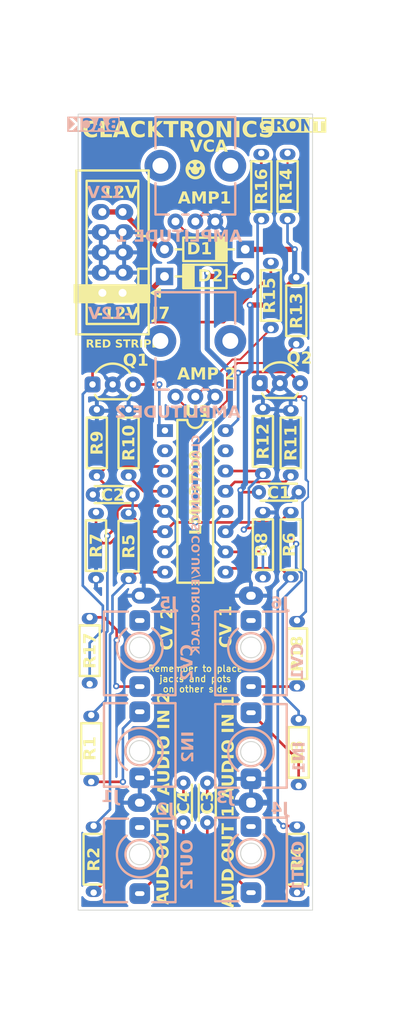
<source format=kicad_pcb>
(kicad_pcb (version 20240108) (generator "pcbnew") (generator_version "8.0")
  (layers (0 "F.Cu" signal) (31 "B.Cu" signal) (34 "B.Paste" user) (35 "F.Paste" user) (36 "B.SilkS" user "B.Silkscreen") (37 "F.SilkS" user "F.Silkscreen") (38 "B.Mask" user) (39 "F.Mask" user) (44 "Edge.Cuts" user))
  (net 0 "")
  (net 1 "Net-(D1-A)")
  (net 2 "GND")
  (net 3 "Net-(D2-K)")
  (net 4 "+12V")
  (net 5 "-12V")
  (net 8 "Net-(J5-PadT)")
  (net 10 "Net-(C3-Pad1)")
  (net 11 "Net-(R2-Pad2)")
  (net 12 "Net-(J3-PadT)")
  (net 13 "Net-(C3-Pad2)")
  (net 14 "Net-(R8-Pad2)")
  (net 15 "Net-(U1A-+)")
  (net 16 "Net-(U1C--)")
  (net 17 "Net-(R13-Pad1)")
  (net 18 "Net-(R14-Pad1)")
  (net 19 "Net-(U1C-+)")
  (net 20 "Net-(R7-Pad2)")
  (net 21 "Net-(Q1-E)")
  (net 22 "Net-(R15-Pad2)")
  (net 23 "Net-(U1A--)")
  (net 27 "Net-(J6-PadT)")
  (net 28 "Net-(Q1-C)")
  (net 29 "Net-(R4-Pad2)")
  (net 30 "Net-(Q2-E)")
  (net 31 "Net-(R16-Pad2)")
  (net 32 "Net-(Q2-C)")
  (net 33 "Net-(C4-Pad1)")
  (net 34 "Net-(C4-Pad2)")
  (net 35 "Net-(J1-PadT)")
  (footprint "BYOM_General:R_Axial_DIN0204_L3.6mm_D1.6mm_P7.62mm_Horizontal" (layer "F.Cu") (at 153 139 -90)
    (property "Reference" "R3" (at 4.191 0.1 -90) (layer "F.SilkS") (effects (font (size 1.5 1.5) (thickness 0.2) (bold yes))))
    (property "Value" "100k")
    (pad "1" thru_hole oval (at 0 0 270) (size 1.4 2) (drill 0.8 (offset 0.15 0)) (layers "*.Cu" "*.Mask") (net 15 "Net-(U1A-+)"))
    (pad "2" thru_hole oval (at 8.382 0 90) (size 1.4 2) (drill 0.8 (offset 0.15 0)) (layers "*.Cu" "*.Mask") (net 12 "Net-(J3-PadT)"))
  )
  (footprint "BYOM_General:R_Axial_DIN0204_L3.6mm_D1.6mm_P7.62mm_Horizontal" (layer "F.Cu") (at 148.5 112.9 -90)
    (property "Reference" "R8" (at 4.191 0.1 -90) (layer "F.SilkS") (effects (font (size 1.5 1.5) (thickness 0.2) (bold yes))))
    (property "Value" "22k")
    (pad "1" thru_hole oval (at 0 0 270) (size 1.4 2) (drill 0.8 (offset 0.15 0)) (layers "*.Cu" "*.Mask") (net 2 "GND"))
    (pad "2" thru_hole oval (at 8.382 0 90) (size 1.4 2) (drill 0.8 (offset 0.15 0)) (layers "*.Cu" "*.Mask") (net 14 "Net-(R8-Pad2)"))
  )
  (footprint "BYOM_General:R_Axial_DIN0204_L3.6mm_D1.6mm_P7.62mm_Horizontal" (layer "F.Cu") (at 131.6 108.5 90)
    (property "Reference" "R10" (at 4.191 0.1 90) (layer "F.SilkS") (effects (font (size 1.5 1.5) (thickness 0.2) (bold yes))))
    (property "Value" "1k")
    (pad "1" thru_hole oval (at 0 0 90) (size 1.4 2) (drill 0.8 (offset 0.15 0)) (layers "*.Cu" "*.Mask") (net 16 "Net-(U1C--)"))
    (pad "2" thru_hole oval (at 8.382 0 270) (size 1.4 2) (drill 0.8 (offset 0.15 0)) (layers "*.Cu" "*.Mask") (net 2 "GND"))
  )
  (footprint "BYOM_General:R_Axial_DIN0204_L3.6mm_D1.6mm_P7.62mm_Horizontal" (layer "F.Cu") (at 152 112.9 -90)
    (property "Reference" "R6" (at 4.191 0.1 -90) (layer "F.SilkS") (effects (font (size 1.5 1.5) (thickness 0.2) (bold yes))))
    (property "Value" "22k")
    (pad "1" thru_hole oval (at 0 0 270) (size 1.4 2) (drill 0.8 (offset 0.15 0)) (layers "*.Cu" "*.Mask") (net 5 "-12V"))
    (pad "2" thru_hole oval (at 8.382 0 90) (size 1.4 2) (drill 0.8 (offset 0.15 0)) (layers "*.Cu" "*.Mask") (net 29 "Net-(R4-Pad2)"))
  )
  (footprint "BYOM_General:TO-92_Inline_Wide" (layer "F.Cu") (at 127.06 96.964175)
    (property "Reference" "Q1" (at 5.44 -2.964175 0) (layer "F.SilkS") (effects (font (size 1.5 1.5) (thickness 0.3) (bold yes))))
    (property "Value" "2N3906")
    (pad "1" thru_hole roundrect (at 0 0) (size 2 2) (drill 0.8) (layers "*.Cu" "*.Mask") (net 21 "Net-(Q1-E)"))
    (pad "2" thru_hole circle (at 2.54 0) (size 2 2) (drill 0.8) (layers "*.Cu" "*.Mask") (net 2 "GND"))
    (pad "3" thru_hole circle (at 5.08 0) (size 2 2) (drill 0.8) (layers "*.Cu" "*.Mask") (net 28 "Net-(Q1-C)"))
  )
  (footprint "BYOM_General:R_Axial_DIN0204_L3.6mm_D1.6mm_P7.62mm_Horizontal" (layer "F.Cu") (at 148.5 108.3 90)
    (property "Reference" "R12" (at 4.191 0.1 90) (layer "F.SilkS") (effects (font (size 1.5 1.5) (thickness 0.2) (bold yes))))
    (property "Value" "1k")
    (pad "1" thru_hole oval (at 0 0 90) (size 1.4 2) (drill 0.8 (offset 0.15 0)) (layers "*.Cu" "*.Mask") (net 15 "Net-(U1A-+)"))
    (pad "2" thru_hole oval (at 8.382 0 270) (size 1.4 2) (drill 0.8 (offset 0.15 0)) (layers "*.Cu" "*.Mask") (net 2 "GND"))
  )
  (footprint "BYOM_General:C_TH_Disc_P5.00mm" (layer "F.Cu") (at 141.5 147 -90)
    (property "Reference" "C3" (at 2.5 -0.1 90) (layer "F.SilkS") (effects (font (size 1.5 1.5) (thickness 0.2) (bold yes))))
    (property "Value" "100n")
    (pad "1" thru_hole circle (at 0 0 270) (size 1.8 1.8) (drill 0.8) (layers "*.Cu" "*.Mask") (net 10 "Net-(C3-Pad1)"))
    (pad "2" thru_hole circle (at 5 0 270) (size 1.8 1.8) (drill 0.8) (layers "*.Cu" "*.Mask") (net 13 "Net-(C3-Pad2)"))
  )
  (footprint "BYOM_General:R_Axial_DIN0204_L3.6mm_D1.6mm_P7.62mm_Horizontal" (layer "F.Cu") (at 126.7 134.6 90)
    (property "Reference" "R17" (at 4.191 0.1 90) (layer "F.SilkS") (effects (font (size 1.5 1.5) (thickness 0.2) (bold yes))))
    (property "Value" "10k")
    (pad "1" thru_hole oval (at 0 0 90) (size 1.4 2) (drill 0.8 (offset 0.15 0)) (layers "*.Cu" "*.Mask") (net 21 "Net-(Q1-E)"))
    (pad "2" thru_hole oval (at 8.382 0 270) (size 1.4 2) (drill 0.8 (offset 0.15 0)) (layers "*.Cu" "*.Mask") (net 8 "Net-(J5-PadT)"))
  )
  (footprint "BYOM_General:R_Axial_DIN0204_L3.6mm_D1.6mm_P7.62mm_Horizontal" (layer "F.Cu") (at 148.3 76.3 90)
    (property "Reference" "R16" (at 4.191 0.1 90) (layer "F.SilkS") (effects (font (size 1.5 1.5) (thickness 0.2) (bold yes))))
    (property "Value" "100k")
    (pad "1" thru_hole oval (at 0 0 90) (size 1.4 2) (drill 0.8 (offset 0.15 0)) (layers "*.Cu" "*.Mask") (net 30 "Net-(Q2-E)"))
    (pad "2" thru_hole oval (at 8.382 0 270) (size 1.4 2) (drill 0.8 (offset 0.15 0)) (layers "*.Cu" "*.Mask") (net 31 "Net-(R16-Pad2)"))
  )
  (footprint "BYOM_General:R_Axial_DIN0204_L3.6mm_D1.6mm_P7.62mm_Horizontal" (layer "F.Cu") (at 149.5 81.6 -90)
    (property "Reference" "R15" (at 4.191 0.1 -90) (layer "F.SilkS") (effects (font (size 1.5 1.5) (thickness 0.2) (bold yes))))
    (property "Value" "10k")
    (pad "1" thru_hole oval (at 0 0 270) (size 1.4 2) (drill 0.8 (offset 0.15 0)) (layers "*.Cu" "*.Mask") (net 21 "Net-(Q1-E)"))
    (pad "2" thru_hole oval (at 8.382 0 90) (size 1.4 2) (drill 0.8 (offset 0.15 0)) (layers "*.Cu" "*.Mask") (net 22 "Net-(R15-Pad2)"))
  )
  (footprint "BYOM_General:TO-92_Inline_Wide" (layer "F.Cu") (at 148.1 96.8)
    (property "Reference" "Q2" (at 5 -3.064175 0) (layer "F.SilkS") (effects (font (size 1.5 1.5) (thickness 0.3) (bold yes))))
    (property "Value" "2N3906")
    (pad "1" thru_hole roundrect (at 0 0) (size 2 2) (drill 0.8) (layers "*.Cu" "*.Mask") (net 30 "Net-(Q2-E)"))
    (pad "2" thru_hole circle (at 2.54 0) (size 2 2) (drill 0.8) (layers "*.Cu" "*.Mask") (net 2 "GND"))
    (pad "3" thru_hole circle (at 5.08 0) (size 2 2) (drill 0.8) (layers "*.Cu" "*.Mask") (net 32 "Net-(Q2-C)"))
  )
  (footprint "BYOM_General:R_Axial_DIN0204_L3.6mm_D1.6mm_P7.62mm_Horizontal" (layer "F.Cu") (at 152.7 91.9 90)
    (property "Reference" "R13" (at 4.191 0.1 90) (layer "F.SilkS") (effects (font (size 1.5 1.5) (thickness 0.2) (bold yes))))
    (property "Value" "10k")
    (pad "1" thru_hole oval (at 0 0 90) (size 1.4 2) (drill 0.8 (offset 0.15 0)) (layers "*.Cu" "*.Mask") (net 17 "Net-(R13-Pad1)"))
    (pad "2" thru_hole oval (at 8.382 0 270) (size 1.4 2) (drill 0.8 (offset 0.15 0)) (layers "*.Cu" "*.Mask") (net 4 "+12V"))
  )
  (footprint "BYOM_General:R_Axial_DIN0204_L3.6mm_D1.6mm_P7.62mm_Horizontal" (layer "F.Cu") (at 127.6 108.5 90)
    (property "Reference" "R9" (at 4.191 0.1 90) (layer "F.SilkS") (effects (font (size 1.5 1.5) (thickness 0.2) (bold yes))))
    (property "Value" "1k")
    (pad "1" thru_hole oval (at 0 0 90) (size 1.4 2) (drill 0.8 (offset 0.15 0)) (layers "*.Cu" "*.Mask") (net 19 "Net-(U1C-+)"))
    (pad "2" thru_hole oval (at 8.382 0 270) (size 1.4 2) (drill 0.8 (offset 0.15 0)) (layers "*.Cu" "*.Mask") (net 2 "GND"))
  )
  (footprint "BYOM_General:C_TH_Disc_P5.00mm" (layer "F.Cu") (at 127.1 110.8)
    (property "Reference" "C2" (at 2.5 0.15 0) (layer "F.SilkS") (effects (font (size 1.5 1.5) (thickness 0.2) (bold yes))))
    (property "Value" "100n")
    (pad "1" thru_hole circle (at 0 0) (size 1.8 1.8) (drill 0.8) (layers "*.Cu" "*.Mask") (net 2 "GND"))
    (pad "2" thru_hole circle (at 5 0) (size 1.8 1.8) (drill 0.8) (layers "*.Cu" "*.Mask") (net 5 "-12V"))
  )
  (footprint "BYOM_General:DIP-16_W7.62mm_LongPads" (layer "F.Cu") (at 136.175 102.76)
    (property "Reference" "U1" (at 4.1 -2.33 0) (layer "F.SilkS") (effects (font (size 1.5 1.5) (thickness 0.2) (bold yes))))
    (property "Value" "LM13700")
    (pad "1" thru_hole rect (at 0 0) (size 2 1.6) (drill 0.8) (layers "*.Cu" "*.Mask") (net 28 "Net-(Q1-C)"))
    (pad "2" thru_hole oval (at 0 2.54) (size 2 1.6) (drill 0.8) (layers "*.Cu" "*.Mask"))
    (pad "3" thru_hole oval (at 0 5.08) (size 2 1.6) (drill 0.8) (layers "*.Cu" "*.Mask") (net 19 "Net-(U1C-+)"))
    (pad "4" thru_hole oval (at 0 7.62) (size 2 1.6) (drill 0.8) (layers "*.Cu" "*.Mask") (net 16 "Net-(U1C--)"))
    (pad "5" thru_hole oval (at 0 10.16) (size 2 1.6) (drill 0.8) (layers "*.Cu" "*.Mask") (net 20 "Net-(R7-Pad2)"))
    (pad "6" thru_hole oval (at 0 12.7) (size 2 1.6) (drill 0.8) (layers "*.Cu" "*.Mask") (net 5 "-12V"))
    (pad "7" thru_hole oval (at 0 15.24) (size 2 1.6) (drill 0.8) (layers "*.Cu" "*.Mask") (net 20 "Net-(R7-Pad2)"))
    (pad "8" thru_hole oval (at 0 17.78) (size 2 1.6) (drill 0.8) (layers "*.Cu" "*.Mask") (net 11 "Net-(R2-Pad2)"))
    (pad "9" thru_hole oval (at 7.62 17.78) (size 2 1.6) (drill 0.8) (layers "*.Cu" "*.Mask") (net 29 "Net-(R4-Pad2)"))
    (pad "10" thru_hole oval (at 7.62 15.24) (size 2 1.6) (drill 0.8) (layers "*.Cu" "*.Mask") (net 14 "Net-(R8-Pad2)"))
    (pad "11" thru_hole oval (at 7.62 12.7) (size 2 1.6) (drill 0.8) (layers "*.Cu" "*.Mask") (net 4 "+12V"))
    (pad "12" thru_hole oval (at 7.62 10.16) (size 2 1.6) (drill 0.8) (layers "*.Cu" "*.Mask") (net 14 "Net-(R8-Pad2)"))
    (pad "13" thru_hole oval (at 7.62 7.62) (size 2 1.6) (drill 0.8) (layers "*.Cu" "*.Mask") (net 23 "Net-(U1A--)"))
    (pad "14" thru_hole oval (at 7.62 5.08) (size 2 1.6) (drill 0.8) (layers "*.Cu" "*.Mask") (net 15 "Net-(U1A-+)"))
    (pad "15" thru_hole oval (at 7.62 2.54) (size 2 1.6) (drill 0.8) (layers "*.Cu" "*.Mask"))
    (pad "16" thru_hole oval (at 7.62 0) (size 2 1.6) (drill 0.8) (layers "*.Cu" "*.Mask") (net 32 "Net-(Q2-C)"))
  )
  (footprint "BYOM_General:R_Axial_DIN0204_L3.6mm_D1.6mm_P7.62mm_Horizontal" (layer "F.Cu") (at 127.2 160.8 90)
    (property "Reference" "R2" (at 4.191 0.1 90) (layer "F.SilkS") (effects (font (size 1.5 1.5) (thickness 0.2) (bold yes))))
    (property "Value" "1k")
    (pad "1" thru_hole oval (at 0 0 90) (size 1.4 2) (drill 0.8 (offset 0.15 0)) (layers "*.Cu" "*.Mask") (net 33 "Net-(C4-Pad1)"))
    (pad "2" thru_hole oval (at 8.382 0 270) (size 1.4 2) (drill 0.8 (offset 0.15 0)) (layers "*.Cu" "*.Mask") (net 11 "Net-(R2-Pad2)"))
  )
  (footprint "BYOM_General:R_Axial_DIN0204_L3.6mm_D1.6mm_P7.62mm_Horizontal" (layer "F.Cu") (at 127.5 121.4 90)
    (property "Reference" "R7" (at 4.191 0.1 90) (layer "F.SilkS") (effects (font (size 1.5 1.5) (thickness 0.2) (bold yes))))
    (property "Value" "22k")
    (pad "1" thru_hole oval (at 0 0 90) (size 1.4 2) (drill 0.8 (offset 0.15 0)) (layers "*.Cu" "*.Mask") (net 2 "GND"))
    (pad "2" thru_hole oval (at 8.382 0 270) (size 1.4 2) (drill 0.8 (offset 0.15 0)) (layers "*.Cu" "*.Mask") (net 20 "Net-(R7-Pad2)"))
  )
  (footprint "BYOM_General:C_TH_Disc_P5.00mm" (layer "F.Cu") (at 148 110.5)
    (property "Reference" "C1" (at 2.5 0.15 0) (layer "F.SilkS") (effects (font (size 1.5 1.5) (thickness 0.2) (bold yes))))
    (property "Value" "100n")
    (pad "1" thru_hole circle (at 0 0) (size 1.8 1.8) (drill 0.8) (layers "*.Cu" "*.Mask") (net 4 "+12V"))
    (pad "2" thru_hole circle (at 5 0) (size 1.8 1.8) (drill 0.8) (layers "*.Cu" "*.Mask") (net 2 "GND"))
  )
  (footprint "Clacktronics:face" (layer "F.Cu") (at 140 70)
    (property "Reference" "G***" (hide yes))
    (property "Value" "LOGO" (hide yes))
  )
  (footprint "BYOM_General:IDC-Header_2x05_P2.54mm_Vertical" (layer "F.Cu") (at 130.84 85.46 180)
    (property "Reference" "J7" (at -4.86 -2.64 180) (layer "F.SilkS") (effects (font (size 1.5 1.5) (thickness 0.2) (bold yes))))
    (property "Value" "Eurorack socket")
    (pad "1" thru_hole roundrect (at 0 0 180) (size 2.3 2) (drill 1 (offset -0.2 0)) (layers "*.Cu" "*.Mask") (roundrect_rratio 0.125) (net 3 "Net-(D2-K)"))
    (pad "2" thru_hole oval (at 2.54 0 180) (size 2.3 2) (drill 1 (offset 0.2 0)) (layers "*.Cu" "*.Mask") (net 3 "Net-(D2-K)"))
    (pad "3" thru_hole oval (at 0 2.54 180) (size 2.3 2) (drill 1 (offset -0.2 0)) (layers "*.Cu" "*.Mask") (net 2 "GND"))
    (pad "4" thru_hole oval (at 2.54 2.54 180) (size 2.3 2) (drill 1 (offset 0.2 0)) (layers "*.Cu" "*.Mask") (net 2 "GND"))
    (pad "5" thru_hole oval (at 0 5.08 180) (size 2.3 2) (drill 1 (offset -0.2 0)) (layers "*.Cu" "*.Mask") (net 2 "GND"))
    (pad "6" thru_hole oval (at 2.54 5.08 180) (size 2.3 2) (drill 1 (offset 0.2 0)) (layers "*.Cu" "*.Mask") (net 2 "GND"))
    (pad "7" thru_hole oval (at 0 7.62 180) (size 2.3 2) (drill 1 (offset -0.2 0)) (layers "*.Cu" "*.Mask") (net 2 "GND"))
    (pad "8" thru_hole oval (at 2.54 7.62 180) (size 2.3 2) (drill 1 (offset 0.2 0)) (layers "*.Cu" "*.Mask") (net 2 "GND"))
    (pad "9" thru_hole oval (at 0 10.16 180) (size 2.3 2) (drill 1 (offset -0.2 0)) (layers "*.Cu" "*.Mask") (net 1 "Net-(D1-A)"))
    (pad "10" thru_hole oval (at 2.54 10.16 180) (size 2.3 2) (drill 1 (offset 0.2 0)) (layers "*.Cu" "*.Mask") (net 1 "Net-(D1-A)"))
  )
  (footprint "BYOM_General:R_Axial_DIN0204_L3.6mm_D1.6mm_P7.62mm_Horizontal" (layer "F.Cu") (at 152.8 160.8 90)
    (property "Reference" "R4" (at 4.191 0.1 90) (layer "F.SilkS") (effects (font (size 1.5 1.5) (thickness 0.2) (bold yes))))
    (property "Value" "1k")
    (pad "1" thru_hole oval (at 0 0 90) (size 1.4 2) (drill 0.8 (offset 0.15 0)) (layers "*.Cu" "*.Mask") (net 10 "Net-(C3-Pad1)"))
    (pad "2" thru_hole oval (at 8.382 0 270) (size 1.4 2) (drill 0.8 (offset 0.15 0)) (layers "*.Cu" "*.Mask") (net 29 "Net-(R4-Pad2)"))
  )
  (footprint "BYOM_General:R_Axial_DIN0204_L3.6mm_D1.6mm_P7.62mm_Horizontal" (layer "F.Cu") (at 151.6 67.9 -90)
    (property "Reference" "R14" (at 4.191 0.1 -90) (layer "F.SilkS") (effects (font (size 1.5 1.5) (thickness 0.2) (bold yes))))
    (property "Value" "10k")
    (pad "1" thru_hole oval (at 0 0 270) (size 1.4 2) (drill 0.8 (offset 0.15 0)) (layers "*.Cu" "*.Mask") (net 18 "Net-(R14-Pad1)"))
    (pad "2" thru_hole oval (at 8.382 0 90) (size 1.4 2) (drill 0.8 (offset 0.15 0)) (layers "*.Cu" "*.Mask") (net 4 "+12V"))
  )
  (footprint "BYOM_General:R_Axial_DIN0204_L3.6mm_D1.6mm_P7.62mm_Horizontal" (layer "F.Cu") (at 131.6 113.1 -90)
    (property "Reference" "R5" (at 4.2 -0.1 -90) (layer "F.SilkS") (effects (font (size 1.5 1.5) (thickness 0.2) (bold yes))))
    (property "Value" "22k")
    (pad "1" thru_hole oval (at 0 0 270) (size 1.4 2) (drill 0.8 (offset 0.15 0)) (layers "*.Cu" "*.Mask") (net 5 "-12V"))
    (pad "2" thru_hole oval (at 8.382 0 90) (size 1.4 2) (drill 0.8 (offset 0.15 0)) (layers "*.Cu" "*.Mask") (net 11 "Net-(R2-Pad2)"))
  )
  (footprint "BYOM_General:R_Axial_DIN0204_L3.6mm_D1.6mm_P7.62mm_Horizontal" (layer "F.Cu") (at 152 108.5 90)
    (property "Reference" "R11" (at 4.191 0.1 90) (layer "F.SilkS") (effects (font (size 1.5 1.5) (thickness 0.2) (bold yes))))
    (property "Value" "1k")
    (pad "1" thru_hole oval (at 0 0 90) (size 1.4 2) (drill 0.8 (offset 0.15 0)) (layers "*.Cu" "*.Mask") (net 23 "Net-(U1A--)"))
    (pad "2" thru_hole oval (at 8.382 0 270) (size 1.4 2) (drill 0.8 (offset 0.15 0)) (layers "*.Cu" "*.Mask") (net 2 "GND"))
  )
  (footprint "BYOM_General:R_Axial_DIN0204_L3.6mm_D1.6mm_P7.62mm_Horizontal" (layer "F.Cu") (at 152.8 126.6 -90)
    (property "Reference" "R18" (at 4.2 -0.1 -90) (layer "F.SilkS") (effects (font (size 1.5 1.5) (thickness 0.2) (bold yes))))
    (property "Value" "10k")
    (pad "1" thru_hole oval (at 0 0 270) (size 1.4 2) (drill 0.8 (offset 0.15 0)) (layers "*.Cu" "*.Mask") (net 30 "Net-(Q2-E)"))
    (pad "2" thru_hole oval (at 8.382 0 90) (size 1.4 2) (drill 0.8 (offset 0.15 0)) (layers "*.Cu" "*.Mask") (net 27 "Net-(J6-PadT)"))
  )
  (footprint "BYOM_General:D_TH_DO-41_P10.16mm" (layer "F.Cu") (at 136.12 83.4)
    (property "Reference" "D2" (at 5.775 0 0) (layer "F.SilkS") (effects (font (size 1.5 1.5) (thickness 0.2) (bold yes))))
    (property "Value" "1N5817")
    (pad "1" thru_hole rect (at 0 0) (size 2.2 2.2) (drill 1.1) (layers "*.Cu" "*.Mask") (net 3 "Net-(D2-K)"))
    (pad "2" thru_hole oval (at 10.16 0) (size 2.2 2.2) (drill 1.1) (layers "*.Cu" "*.Mask") (net 5 "-12V"))
  )
  (footprint "BYOM_General:D_TH_DO-41_P10.16mm" (layer "F.Cu") (at 146.28 80 180)
    (property "Reference" "D1" (at 5.775 0 180) (layer "F.SilkS") (effects (font (size 1.5 1.5) (thickness 0.2) (bold yes))))
    (property "Value" "1N5817")
    (pad "1" thru_hole rect (at 0 0 180) (size 2.2 2.2) (drill 1.1) (layers "*.Cu" "*.Mask") (net 4 "+12V"))
    (pad "2" thru_hole oval (at 10.16 0 180) (size 2.2 2.2) (drill 1.1) (layers "*.Cu" "*.Mask") (net 1 "Net-(D1-A)"))
  )
  (footprint "BYOM_General:R_Axial_DIN0204_L3.6mm_D1.6mm_P7.62mm_Horizontal" (layer "F.Cu") (at 126.9 138.5 -90)
    (property "Reference" "R1" (at 4.191 0.1 -90) (layer "F.SilkS") (effects (font (size 1.5 1.5) (thickness 0.2) (bold yes))))
    (property "Value" "100k")
    (pad "1" thru_hole oval (at 0 0 270) (size 1.4 2) (drill 0.8 (offset 0.15 0)) (layers "*.Cu" "*.Mask") (net 19 "Net-(U1C-+)"))
    (pad "2" thru_hole oval (at 8.382 0 90) (size 1.4 2) (drill 0.8 (offset 0.15 0)) (layers "*.Cu" "*.Mask") (net 35 "Net-(J1-PadT)"))
  )
  (footprint "BYOM_General:C_TH_Disc_P5.00mm" (layer "F.Cu") (at 138.5 147 -90)
    (property "Reference" "C4" (at 2.5 -0.1 90) (layer "F.SilkS") (effects (font (size 1.5 1.5) (thickness 0.2) (bold yes))))
    (property "Value" "100n")
    (pad "1" thru_hole circle (at 0 0 270) (size 1.8 1.8) (drill 0.8) (layers "*.Cu" "*.Mask") (net 33 "Net-(C4-Pad1)"))
    (pad "2" thru_hole circle (at 5 0 270) (size 1.8 1.8) (drill 0.8) (layers "*.Cu" "*.Mask") (net 34 "Net-(C4-Pad2)"))
  )
  (footprint "BYOM_General:Jack_3.5mm_QingPu_WQP-PJ398SM_Vertical" (layer "B.Cu") (at 133 143 180)
    (property "Reference" "J1" (at 3.7 -5.8 180) (layer "B.SilkS") (effects (font (size 1.5 1.5) (thickness 0.2) (bold yes)) (justify mirror)))
    (property "Value" "AUDIO IN 2")
    (fp_circle (center 0 0) (end 1.3 0) (stroke (width 0.12)) (fill none) (layer "Edge.Cuts"))
    (pad "S" thru_hole oval (at 0 -6.5 180) (size 3.1 2.3) (drill oval 1.2 1) (layers "*.Cu" "*.Mask") (net 2 "GND"))
    (pad "T" thru_hole roundrect (at 0 4.92 180) (size 2.6 2.6) (drill oval 1.2 0.6) (layers "*.Cu" "*.Mask") (net 35 "Net-(J1-PadT)"))
    (pad "TN" thru_hole roundrect (at 0 -3.38 180) (size 2.6 2.6) (drill oval 1.2 0.6) (layers "*.Cu" "*.Mask") (net 2 "GND"))
    (zone (net 0) (net_name "") (layers "B.Cu" "B.SilkS") (connect_pads (clearance 0)) (min_thickness 0.25)
      (keepout (tracks not_allowed) (vias not_allowed) (pads not_allowed) (copperpour not_allowed) (footprints not_allowed))
      (fill (thermal_gap 0.5) (thermal_bridge_width 0.5))
      (polygon (pts (xy 131.5 143) (xy 131.520458 142.753108) (xy 131.581274 142.512951) (xy 131.680789 142.286079) (xy 131.816289 142.078681) (xy 131.984078 141.896414) (xy 132.179578 141.74425) (xy 132.397457 141.62634) (xy 132.631772 141.5459) (xy 132.876131 141.505123) (xy 133.123869 141.505123) (xy 133.368228 141.5459) (xy 133.602543 141.62634) (xy 133.820422 141.74425) (xy 134.015922 141.896414) (xy 134.183711 142.078681) (xy 134.319211 142.286079) (xy 134.418726 142.512951) (xy 134.479542 142.753108) (xy 134.5 143) (xy 134.479542 143.246892) (xy 134.418726 143.487049) (xy 134.319211 143.713921) (xy 134.183711 143.921319) (xy 134.015922 144.103586) (xy 133.820422 144.25575) (xy 133.602543 144.37366) (xy 133.368228 144.4541) (xy 133.123869 144.494877) (xy 132.876131 144.494877) (xy 132.631772 144.4541) (xy 132.397457 144.37366) (xy 132.179578 144.25575) (xy 131.984078 144.103586) (xy 131.816289 143.921319) (xy 131.680789 143.713921) (xy 131.581274 143.487049) (xy 131.520458 143.246892)))
    )
  )
  (footprint "BYOM_General:Jack_3.5mm_QingPu_WQP-PJ398SM_Vertical" (layer "B.Cu") (at 147 155.88)
    (property "Reference" "J4" (at 3.6 -5.58 0) (layer "B.SilkS") (effects (font (size 1.5 1.5) (thickness 0.2) (bold yes)) (justify mirror)))
    (property "Value" "AUDIO_OUT_1")
    (fp_circle (center 0 0) (end 1.3 0) (stroke (width 0.12)) (fill none) (layer "Edge.Cuts"))
    (pad "S" thru_hole oval (at 0 -6.5) (size 3.1 2.3) (drill oval 1.2 1) (layers "*.Cu" "*.Mask") (net 2 "GND"))
    (pad "T" thru_hole roundrect (at 0 4.92) (size 2.6 2.6) (drill oval 1.2 0.6) (layers "*.Cu" "*.Mask") (net 13 "Net-(C3-Pad2)"))
    (pad "TN" thru_hole roundrect (at 0 -3.38) (size 2.6 2.6) (drill oval 1.2 0.6) (layers "*.Cu" "*.Mask"))
    (zone (net 0) (net_name "") (layers "B.Cu" "B.SilkS") (connect_pads (clearance 0)) (min_thickness 0.25)
      (keepout (tracks not_allowed) (vias not_allowed) (pads not_allowed) (copperpour not_allowed) (footprints not_allowed))
      (fill (thermal_gap 0.5) (thermal_bridge_width 0.5))
      (polygon (pts (xy 148.5 155.88) (xy 148.479542 156.126892) (xy 148.418726 156.367049) (xy 148.319211 156.593921) (xy 148.183711 156.801319) (xy 148.015922 156.983586) (xy 147.820422 157.13575) (xy 147.602543 157.25366) (xy 147.368228 157.3341) (xy 147.123869 157.374877) (xy 146.876131 157.374877) (xy 146.631772 157.3341) (xy 146.397457 157.25366) (xy 146.179578 157.13575) (xy 145.984078 156.983586) (xy 145.816289 156.801319) (xy 145.680789 156.593921) (xy 145.581274 156.367049) (xy 145.520458 156.126892) (xy 145.5 155.88) (xy 145.520458 155.633108) (xy 145.581274 155.392951) (xy 145.680789 155.166079) (xy 145.816289 154.958681) (xy 145.984078 154.776414) (xy 146.179578 154.62425) (xy 146.397457 154.50634) (xy 146.631772 154.4259) (xy 146.876131 154.385123) (xy 147.123869 154.385123) (xy 147.368228 154.4259) (xy 147.602543 154.50634) (xy 147.820422 154.62425) (xy 148.015922 154.776414) (xy 148.183711 154.958681) (xy 148.319211 155.166079) (xy 148.418726 155.392951) (xy 148.479542 155.633108)))
    )
  )
  (footprint "BYOM_General:Jack_3.5mm_QingPu_WQP-PJ398SM_Vertical" (layer "B.Cu") (at 133 156)
    (property "Reference" "J2" (at 3.2 -5.6 0) (layer "B.SilkS") (effects (font (size 1.5 1.5) (thickness 0.2) (bold yes)) (justify mirror)))
    (property "Value" "AUDIO_OUT_2")
    (fp_circle (center 0 0) (end 1.3 0) (stroke (width 0.12)) (fill none) (layer "Edge.Cuts"))
    (pad "S" thru_hole oval (at 0 -6.5) (size 3.1 2.3) (drill oval 1.2 1) (layers "*.Cu" "*.Mask") (net 2 "GND"))
    (pad "T" thru_hole roundrect (at 0 4.92) (size 2.6 2.6) (drill oval 1.2 0.6) (layers "*.Cu" "*.Mask") (net 34 "Net-(C4-Pad2)"))
    (pad "TN" thru_hole roundrect (at 0 -3.38) (size 2.6 2.6) (drill oval 1.2 0.6) (layers "*.Cu" "*.Mask"))
    (zone (net 0) (net_name "") (layers "B.Cu" "B.SilkS") (connect_pads (clearance 0)) (min_thickness 0.25)
      (keepout (tracks not_allowed) (vias not_allowed) (pads not_allowed) (copperpour not_allowed) (footprints not_allowed))
      (fill (thermal_gap 0.5) (thermal_bridge_width 0.5))
      (polygon (pts (xy 134.5 156) (xy 134.479542 156.246892) (xy 134.418726 156.487049) (xy 134.319211 156.713921) (xy 134.183711 156.921319) (xy 134.015922 157.103586) (xy 133.820422 157.25575) (xy 133.602543 157.37366) (xy 133.368228 157.4541) (xy 133.123869 157.494877) (xy 132.876131 157.494877) (xy 132.631772 157.4541) (xy 132.397457 157.37366) (xy 132.179578 157.25575) (xy 131.984078 157.103586) (xy 131.816289 156.921319) (xy 131.680789 156.713921) (xy 131.581274 156.487049) (xy 131.520458 156.246892) (xy 131.5 156) (xy 131.520458 155.753108) (xy 131.581274 155.512951) (xy 131.680789 155.286079) (xy 131.816289 155.078681) (xy 131.984078 154.896414) (xy 132.179578 154.74425) (xy 132.397457 154.62634) (xy 132.631772 154.5459) (xy 132.876131 154.505123) (xy 133.123869 154.505123) (xy 133.368228 154.5459) (xy 133.602543 154.62634) (xy 133.820422 154.74425) (xy 134.015922 154.896414) (xy 134.183711 155.078681) (xy 134.319211 155.286079) (xy 134.418726 155.512951) (xy 134.479542 155.753108)))
    )
  )
  (footprint "BYOM_General:POT_TH_Alps_RK09K_Single_Vertical" (layer "B.Cu") (at 140 69 180)
    (property "Reference" "RV2" (hide yes))
    (property "Value" "100k")
    (pad "" thru_hole circle (at -4.4 -0.5 90) (size 4 4) (drill 2) (layers "*.Cu" "*.Mask"))
    (pad "" thru_hole circle (at 4.4 -0.5 90) (size 4 4) (drill 2) (layers "*.Cu" "*.Mask"))
    (pad "1" thru_hole circle (at 2.5 -7.5 90) (size 2 2) (drill 1) (layers "*.Cu" "*.Mask") (net 18 "Net-(R14-Pad1)"))
    (pad "2" thru_hole circle (at 0 -7.5 180) (size 2 2) (drill 1) (layers "*.Cu" "*.Mask") (net 31 "Net-(R16-Pad2)"))
    (pad "3" thru_hole circle (at -2.5 -7.5 90) (size 2 2) (drill 1) (layers "*.Cu" "*.Mask") (net 2 "GND"))
  )
  (footprint "BYOM_General:Jack_3.5mm_QingPu_WQP-PJ398SM_Vertical" (layer "B.Cu") (at 147 143.12 180)
    (property "Reference" "J3" (at 3.3 -5.78 180) (layer "B.SilkS") (effects (font (size 1.5 1.5) (thickness 0.2) (bold yes)) (justify mirror)))
    (property "Value" "AUDIO IN 1")
    (fp_circle (center 0 0) (end 1.3 0) (stroke (width 0.12)) (fill none) (layer "Edge.Cuts"))
    (pad "S" thru_hole oval (at 0 -6.5 180) (size 3.1 2.3) (drill oval 1.2 1) (layers "*.Cu" "*.Mask") (net 2 "GND"))
    (pad "T" thru_hole roundrect (at 0 4.92 180) (size 2.6 2.6) (drill oval 1.2 0.6) (layers "*.Cu" "*.Mask") (net 12 "Net-(J3-PadT)"))
    (pad "TN" thru_hole roundrect (at 0 -3.38 180) (size 2.6 2.6) (drill oval 1.2 0.6) (layers "*.Cu" "*.Mask") (net 2 "GND"))
    (zone (net 0) (net_name "") (layers "B.Cu" "B.SilkS") (connect_pads (clearance 0)) (min_thickness 0.25)
      (keepout (tracks not_allowed) (vias not_allowed) (pads not_allowed) (copperpour not_allowed) (footprints not_allowed))
      (fill (thermal_gap 0.5) (thermal_bridge_width 0.5))
      (polygon (pts (xy 145.5 143.12) (xy 145.520458 142.873108) (xy 145.581274 142.632951) (xy 145.680789 142.406079) (xy 145.816289 142.198681) (xy 145.984078 142.016414) (xy 146.179578 141.86425) (xy 146.397457 141.74634) (xy 146.631772 141.6659) (xy 146.876131 141.625123) (xy 147.123869 141.625123) (xy 147.368228 141.6659) (xy 147.602543 141.74634) (xy 147.820422 141.86425) (xy 148.015922 142.016414) (xy 148.183711 142.198681) (xy 148.319211 142.406079) (xy 148.418726 142.632951) (xy 148.479542 142.873108) (xy 148.5 143.12) (xy 148.479542 143.366892) (xy 148.418726 143.607049) (xy 148.319211 143.833921) (xy 148.183711 144.041319) (xy 148.015922 144.223586) (xy 147.820422 144.37575) (xy 147.602543 144.49366) (xy 147.368228 144.5741) (xy 147.123869 144.614877) (xy 146.876131 144.614877) (xy 146.631772 144.5741) (xy 146.397457 144.49366) (xy 146.179578 144.37575) (xy 145.984078 144.223586) (xy 145.816289 144.041319) (xy 145.680789 143.833921) (xy 145.581274 143.607049) (xy 145.520458 143.366892)))
    )
  )
  (footprint "BYOM_General:POT_TH_Alps_RK09K_Single_Vertical" (layer "B.Cu") (at 140 91 180)
    (property "Reference" "RV1" (hide yes))
    (property "Value" "100k")
    (pad "" thru_hole circle (at -4.4 -0.5 90) (size 4 4) (drill 2) (layers "*.Cu" "*.Mask"))
    (pad "" thru_hole circle (at 4.4 -0.5 90) (size 4 4) (drill 2) (layers "*.Cu" "*.Mask"))
    (pad "1" thru_hole circle (at 2.5 -7.5 90) (size 2 2) (drill 1) (layers "*.Cu" "*.Mask") (net 17 "Net-(R13-Pad1)"))
    (pad "2" thru_hole circle (at 0 -7.5 180) (size 2 2) (drill 1) (layers "*.Cu" "*.Mask") (net 22 "Net-(R15-Pad2)"))
    (pad "3" thru_hole circle (at -2.5 -7.5 90) (size 2 2) (drill 1) (layers "*.Cu" "*.Mask") (net 2 "GND"))
  )
  (footprint "BYOM_General:Jack_3.5mm_QingPu_WQP-PJ398SM_Vertical" (layer "B.Cu") (at 147 130)
    (property "Reference" "J6" (at 3.6 -5.5 0) (layer "B.SilkS") (effects (font (size 1.5 1.5) (thickness 0.2) (bold yes)) (justify mirror)))
    (property "Value" "CV 1")
    (fp_circle (center 0 0) (end 1.3 0) (stroke (width 0.12)) (fill none) (layer "Edge.Cuts"))
    (pad "S" thru_hole oval (at 0 -6.5) (size 3.1 2.3) (drill oval 1.2 1) (layers "*.Cu" "*.Mask") (net 2 "GND"))
    (pad "T" thru_hole roundrect (at 0 4.92) (size 2.6 2.6) (drill oval 1.2 0.6) (layers "*.Cu" "*.Mask") (net 27 "Net-(J6-PadT)"))
    (pad "TN" thru_hole roundrect (at 0 -3.38) (size 2.6 2.6) (drill oval 1.2 0.6) (layers "*.Cu" "*.Mask"))
    (zone (net 0) (net_name "") (layers "B.Cu" "B.SilkS") (connect_pads (clearance 0)) (min_thickness 0.25)
      (keepout (tracks not_allowed) (vias not_allowed) (pads not_allowed) (copperpour not_allowed) (footprints not_allowed))
      (fill (thermal_gap 0.5) (thermal_bridge_width 0.5))
      (polygon (pts (xy 148.5 130) (xy 148.479542 130.246892) (xy 148.418726 130.487049) (xy 148.319211 130.713921) (xy 148.183711 130.921319) (xy 148.015922 131.103586) (xy 147.820422 131.25575) (xy 147.602543 131.37366) (xy 147.368228 131.4541) (xy 147.123869 131.494877) (xy 146.876131 131.494877) (xy 146.631772 131.4541) (xy 146.397457 131.37366) (xy 146.179578 131.25575) (xy 145.984078 131.103586) (xy 145.816289 130.921319) (xy 145.680789 130.713921) (xy 145.581274 130.487049) (xy 145.520458 130.246892) (xy 145.5 130) (xy 145.520458 129.753108) (xy 145.581274 129.512951) (xy 145.680789 129.286079) (xy 145.816289 129.078681) (xy 145.984078 128.896414) (xy 146.179578 128.74425) (xy 146.397457 128.62634) (xy 146.631772 128.5459) (xy 146.876131 128.505123) (xy 147.123869 128.505123) (xy 147.368228 128.5459) (xy 147.602543 128.62634) (xy 147.820422 128.74425) (xy 148.015922 128.896414) (xy 148.183711 129.078681) (xy 148.319211 129.286079) (xy 148.418726 129.512951) (xy 148.479542 129.753108)))
    )
  )
  (footprint "BYOM_General:Jack_3.5mm_QingPu_WQP-PJ398SM_Vertical" (layer "B.Cu") (at 133 130)
    (property "Reference" "J5" (at 3.6 -5.5 0) (layer "B.SilkS") (effects (font (size 1.5 1.5) (thickness 0.2) (bold yes)) (justify mirror)))
    (property "Value" "CV 2")
    (fp_circle (center 0 0) (end 1.3 0) (stroke (width 0.12)) (fill none) (layer "Edge.Cuts"))
    (pad "S" thru_hole oval (at 0 -6.5) (size 3.1 2) (drill oval 1.2 1 (offset 0.5 0)) (layers "*.Cu" "*.Mask") (net 2 "GND"))
    (pad "T" thru_hole roundrect (at 0 4.92) (size 2.6 2.6) (drill oval 1.2 0.6) (layers "*.Cu" "*.Mask") (net 8 "Net-(J5-PadT)"))
    (pad "TN" thru_hole roundrect (at 0 -3.38) (size 2.6 2.6) (drill oval 1.2 0.6) (layers "*.Cu" "*.Mask"))
    (zone (net 0) (net_name "") (layers "B.Cu" "B.SilkS") (connect_pads (clearance 0)) (min_thickness 0.25)
      (keepout (tracks not_allowed) (vias not_allowed) (pads not_allowed) (copperpour not_allowed) (footprints not_allowed))
      (fill (thermal_gap 0.5) (thermal_bridge_width 0.5))
      (polygon (pts (xy 134.5 130) (xy 134.479542 130.246892) (xy 134.418726 130.487049) (xy 134.319211 130.713921) (xy 134.183711 130.921319) (xy 134.015922 131.103586) (xy 133.820422 131.25575) (xy 133.602543 131.37366) (xy 133.368228 131.4541) (xy 133.123869 131.494877) (xy 132.876131 131.494877) (xy 132.631772 131.4541) (xy 132.397457 131.37366) (xy 132.179578 131.25575) (xy 131.984078 131.103586) (xy 131.816289 130.921319) (xy 131.680789 130.713921) (xy 131.581274 130.487049) (xy 131.520458 130.246892) (xy 131.5 130) (xy 131.520458 129.753108) (xy 131.581274 129.512951) (xy 131.680789 129.286079) (xy 131.816289 129.078681) (xy 131.984078 128.896414) (xy 132.179578 128.74425) (xy 132.397457 128.62634) (xy 132.631772 128.5459) (xy 132.876131 128.505123) (xy 133.123869 128.505123) (xy 133.368228 128.5459) (xy 133.602543 128.62634) (xy 133.820422 128.74425) (xy 134.015922 128.896414) (xy 134.183711 129.078681) (xy 134.319211 129.286079) (xy 134.418726 129.512951) (xy 134.479542 129.753108)))
    )
  )
  (gr_rect (start 124.75 84.45) (end 134.25 86.7) (stroke (width 0.15)) (fill solid) (layer "F.SilkS"))
  (gr_line (start 154.75 163) (end 154.75 63) (stroke (width 0.1)) (layer "Edge.Cuts"))
  (gr_line (start 125.25 63) (end 125.25 163) (stroke (width 0.1)) (layer "Edge.Cuts"))
  (gr_line (start 125.25 163) (end 154.75 163) (stroke (width 0.1)) (layer "Edge.Cuts"))
  (gr_line (start 154.75 63) (end 125.25 63) (stroke (width 0.1)) (layer "Edge.Cuts"))
  (gr_text "AMPLITUDE 2" (at 145.7 101.4 0) (layer "B.SilkS") (effects (font (size 1.5 1.5) (thickness 0.15) (bold yes)) (justify left bottom mirror)))
  (gr_text "OUT1" (at 153.9 154.3 90) (layer "B.SilkS") (effects (font (size 1.5 1.5) (thickness 0.15) (bold yes)) (justify left bottom mirror)))
  (gr_text "-12V\n" (at 131.9 89 0) (layer "B.SilkS") (effects (font (size 1.5 1.5)) (justify left bottom mirror)))
  (gr_text "IN2" (at 140 140.5 90) (layer "B.SilkS") (effects (font (size 1.5 1.5) (thickness 0.15) (bold yes)) (justify left bottom mirror)))
  (gr_text "AMPLITUDE 1" (at 145.9 79.3 0) (layer "B.SilkS") (effects (font (size 1.5 1.5) (thickness 0.15) (bold yes)) (justify left bottom mirror)))
  (gr_text "OUT2" (at 139.9 154.1 90) (layer "B.SilkS") (effects (font (size 1.5 1.5) (thickness 0.15) (bold yes)) (justify left bottom mirror)))
  (gr_text "CV1" (at 153.8 129.5 90) (layer "B.SilkS") (effects (font (size 1.5 1.5) (thickness 0.15) (bold yes)) (justify left bottom mirror)))
  (gr_text "BACK" (at 130.5 65.3 0) (layer "B.SilkS" knockout) (effects (font (size 1.5 1.5) (thickness 0.2) (bold yes)) (justify left bottom mirror)))
  (gr_text "IN1" (at 154 141.8 90) (layer "B.SilkS") (effects (font (size 1.5 1.5) (thickness 0.15) (bold yes)) (justify left bottom mirror)))
  (gr_text "CV2" (at 139.9 129.6 90) (layer "B.SilkS") (effects (font (size 1.5 1.5) (thickness 0.15) (bold yes)) (justify left bottom mirror)))
  (gr_text "12V" (at 130.9 73.8 0) (layer "B.SilkS") (effects (font (size 1.5 1.5)) (justify left bottom mirror)))
  (gr_text "CLACKTRONICS.CO.UK/EUROCLACK" (at 140.7 103.3 90) (layer "B.SilkS") (effects (font (size 1 1)) (justify left bottom mirror)))
  (gr_text "12V" (at 128.2 73.8 0) (layer "F.SilkS") (effects (font (size 1.5 1.5)) (justify left bottom)))
  (gr_text "CLACKTRONICS" (at 125.75 66.25 0) (layer "F.SilkS") (effects (font (size 2 2)) (justify left bottom)))
  (gr_text "AUDIO IN 1" (at 144.2 142.6 90) (layer "F.SilkS") (effects (font (size 1.5 1.5) (thickness 0.15) (bold yes))))
  (gr_text "FRONT" (at 148.3 65.4 0) (layer "F.SilkS" knockout) (effects (font (size 1.5 1.5) (thickness 0.2) (bold yes)) (justify left bottom)))
  (gr_text "-12V\n" (at 127.5 89 0) (layer "F.SilkS") (effects (font (size 1.5 1.5)) (justify left bottom)))
  (gr_text "AUDIO IN 2" (at 136.1 142.1 90) (layer "F.SilkS") (effects (font (size 1.5 1.5) (thickness 0.15) (bold yes))))
  (gr_text "RED STRIPE" (at 126.2 92.5 0) (layer "F.SilkS") (effects (font (size 1 1)) (justify left bottom)))
  (gr_text "Remember to place\njacks and pots\non other side" (at 140 135.7 0) (layer "F.SilkS") (effects (font (size 0.8 0.8)) (justify bottom)))
  (gr_text "AMP1" (at 137.8 74.5 0) (layer "F.SilkS") (effects (font (size 1.5 1.5) (thickness 0.15) (bold yes)) (justify left bottom)))
  (gr_text "AUD OUT 2" (at 136 155.9 90) (layer "F.SilkS") (effects (font (size 1.5 1.5) (thickness 0.15) (bold yes))))
  (gr_text "AMP 2" (at 137.7 96.6 0) (layer "F.SilkS") (effects (font (size 1.5 1.5) (thickness 0.15) (bold yes)) (justify left bottom)))
  (gr_text "CV 1\n" (at 143.9 127.4 90) (layer "F.SilkS") (effects (font (size 1.5 1.5) (thickness 0.15) (bold yes))))
  (gr_text "LM13700" (at 141 115.9 90) (layer "F.SilkS") (effects (font (size 1.5 1.5) (thickness 0.15) (bold yes)) (justify left bottom)))
  (gr_text "AUD OUT 1" (at 144.2 156.3 90) (layer "F.SilkS") (effects (font (size 1.5 1.5) (thickness 0.15) (bold yes))))
  (gr_text "VCA" (at 139.3 68 0) (layer "F.SilkS") (effects (font (size 1.5 1.5) (thickness 0.3) (bold yes)) (justify left bottom)))
  (gr_text "CV 2" (at 136.5 127.7 90) (layer "F.SilkS") (effects (font (size 1.5 1.5) (thickness 0.15) (bold yes))))
  (segment (start 130.84 75.3) (end 135.54 80) (width 0.66) (layer "F.Cu") (net 1))
  (segment (start 128.3 75.3) (end 130.84 75.3) (width 0.66) (layer "F.Cu") (net 1))
  (segment (start 130.84 85.46) (end 134.06 85.46) (width 0.66) (layer "F.Cu") (net 3))
  (segment (start 128.3 85.46) (end 130.84 85.46) (width 0.66) (layer "F.Cu") (net 3))
  (segment (start 134.06 85.46) (end 136.12 83.4) (width 0.66) (layer "F.Cu") (net 3))
  (segment (start 152.7 83.518) (end 149.22887 86.98913) (width 0.66) (layer "F.Cu") (net 4))
  (segment (start 145.935 110.5) (end 145.685 110.25) (width 0.33) (layer "F.Cu") (net 4))
  (segment (start 149.22887 86.98913) (end 146.863455 86.98913) (width 0.66) (layer "F.Cu") (net 4))
  (segment (start 146.28 80) (end 152.5 80) (width 0.66) (layer "F.Cu") (net 4))
  (segment (start 148 110.5) (end 145.935 110.5) (width 0.33) (layer "F.Cu") (net 4))
  (via (at 152.5 80) (size 0.8) (drill 0.4) (layers "F.Cu" "B.Cu") (net 4))
  (via (at 146.863455 86.98913) (size 0.8) (drill 0.4) (layers "F.Cu" "B.Cu") (net 4))
  (via (at 145.685 110.25) (size 0.8) (drill 0.4) (layers "F.Cu" "B.Cu") (net 4))
  (segment (start 152.5 80) (end 152.5 83.318) (width 0.66) (layer "B.Cu") (net 4))
  (segment (start 151.6 76.282) (end 151.6 79.1) (width 0.33) (layer "B.Cu") (net 4))
  (segment (start 146.863455 86.98913) (end 147 87.125675) (width 0.66) (layer "B.Cu") (net 4))
  (segment (start 146.04 109.895) (end 145.685 110.25) (width 0.66) (layer "B.Cu") (net 4))
  (segment (start 147 87.125675) (end 147 95.109226) (width 0.66) (layer "B.Cu") (net 4))
  (segment (start 151.6 79.1) (end 152.5 80) (width 0.33) (layer "B.Cu") (net 4))
  (segment (start 146.3 109.428141) (end 146.04 109.688141) (width 0.66) (layer "B.Cu") (net 4))
  (segment (start 143.995 115.46) (end 145.685 113.77) (width 0.66) (layer "B.Cu") (net 4))
  (segment (start 146.3 95.809226) (end 146.3 109.428141) (width 0.66) (layer "B.Cu") (net 4))
  (segment (start 147 95.109226) (end 146.3 95.809226) (width 0.66) (layer "B.Cu") (net 4))
  (segment (start 146.04 109.688141) (end 146.04 109.895) (width 0.66) (layer "B.Cu") (net 4))
  (segment (start 145.685 113.77) (end 145.685 110.25) (width 0.66) (layer "B.Cu") (net 4))
  (segment (start 131.6 113.1) (end 133.96 115.46) (width 0.33) (layer "F.Cu") (net 5))
  (segment (start 137.34 114.295) (end 136.175 115.46) (width 0.33) (layer "F.Cu") (net 5))
  (segment (start 150.605 114.295) (end 137.34 114.295) (width 0.33) (layer "F.Cu") (net 5))
  (segment (start 141.9 83.4) (end 141.5 83) (width 0.66) (layer "F.Cu") (net 5))
  (segment (start 133.96 115.46) (end 136.175 115.46) (width 0.33) (layer "F.Cu") (net 5))
  (segment (start 152 112.9) (end 150.605 114.295) (width 0.33) (layer "F.Cu") (net 5))
  (segment (start 146.28 83.4) (end 141.9 83.4) (width 0.66) (layer "F.Cu") (net 5))
  (via (at 140 114.295) (size 0.8) (drill 0.4) (layers "F.Cu" "B.Cu") (net 5))
  (via (at 141.5 83) (size 0.8) (drill 0.4) (layers "F.Cu" "B.Cu") (net 5))
  (segment (start 144.4 95.4) (end 144.4 100.074096) (width 0.66) (layer "B.Cu") (net 5))
  (segment (start 132.1 110.8) (end 132.1 112.6) (width 0.33) (layer "B.Cu") (net 5))
  (segment (start 141.5 92.5) (end 144.4 95.4) (width 0.66) (layer "B.Cu") (net 5))
  (segment (start 144.4 100.074096) (end 140 104.474096) (width 0.66) (layer "B.Cu") (net 5))
  (segment (start 132.1 112.6) (end 131.6 113.1) (width 0.33) (layer "B.Cu") (net 5))
  (segment (start 140 104.474096) (end 140 114.295) (width 0.66) (layer "B.Cu") (net 5))
  (segment (start 141.5 83) (end 141.5 92.5) (width 0.66) (layer "B.Cu") (net 5))
  (segment (start 130.102168 134.92) (end 130.045 134.862832) (width 0.33) (layer "F.Cu") (net 8))
  (segment (start 126.7 126.218) (end 128.518 126.218) (width 0.33) (layer "F.Cu") (net 8))
  (segment (start 128.518 126.218) (end 130.1 127.8) (width 0.33) (layer "F.Cu") (net 8))
  (segment (start 133 134.92) (end 130.102168 134.92) (width 0.33) (layer "F.Cu") (net 8))
  (segment (start 130.1 127.8) (end 130.1 129.1) (width 0.33) (layer "F.Cu") (net 8))
  (via (at 130.1 129.1) (size 0.8) (drill 0.4) (layers "F.Cu" "B.Cu") (net 8))
  (via (at 130.045 134.862832) (size 0.8) (drill 0.4) (layers "F.Cu" "B.Cu") (net 8))
  (segment (start 130.045 134.862832) (end 129.9 134.717832) (width 0.33) (layer "B.Cu") (net 8))
  (segment (start 129.9 134.717832) (end 129.9 129.3) (width 0.33) (layer "B.Cu") (net 8))
  (segment (start 129.9 129.3) (end 130.1 129.1) (width 0.33) (layer "B.Cu") (net 8))
  (segment (start 144.5 152.735428) (end 144.5 156.75) (width 0.33) (layer "F.Cu") (net 10))
  (segment (start 146.5 158.75) (end 150.75 158.75) (width 0.33) (layer "F.Cu") (net 10))
  (segment (start 141.5 147) (end 141.5 149.735428) (width 0.33) (layer "F.Cu") (net 10))
  (segment (start 144.5 156.75) (end 146.5 158.75) (width 0.33) (layer "F.Cu") (net 10))
  (segment (start 141.5 149.735428) (end 144.5 152.735428) (width 0.33) (layer "F.Cu") (net 10))
  (segment (start 150.75 158.75) (end 152.8 160.8) (width 0.33) (layer "F.Cu") (net 10))
  (segment (start 132.542 120.54) (end 136.175 120.54) (width 0.33) (layer "F.Cu") (net 11))
  (segment (start 131.6 121.482) (end 132.542 120.54) (width 0.33) (layer "F.Cu") (net 11))
  (segment (start 129.26 150.358) (end 129.26 128.387415) (width 0.33) (layer "B.Cu") (net 11))
  (segment (start 127.2 152.418) (end 129.26 150.358) (width 0.33) (layer "B.Cu") (net 11))
  (segment (start 129.26 128.387415) (end 129.57 128.077415) (width 0.33) (layer "B.Cu") (net 11))
  (segment (start 129.57 128.077415) (end 129.57 123.512) (width 0.33) (layer "B.Cu") (net 11))
  (segment (start 129.57 123.512) (end 131.6 121.482) (width 0.33) (layer "B.Cu") (net 11))
  (segment (start 153 147.382) (end 153 144.2) (width 0.33) (layer "F.Cu") (net 12))
  (segment (start 153 144.2) (end 147 138.2) (width 0.33) (layer "F.Cu") (net 12))
  (segment (start 141.5 155.3) (end 147 160.8) (width 0.33) (layer "F.Cu") (net 13))
  (segment (start 141.5 152) (end 141.5 155.3) (width 0.33) (layer "F.Cu") (net 13))
  (segment (start 148.5 118) (end 143.795 118) (width 0.33) (layer "F.Cu") (net 14))
  (via (at 148.5 118) (size 0.8) (drill 0.4) (layers "F.Cu" "B.Cu") (net 14))
  (segment (start 143.795 112.92) (end 142.43 114.285) (width 0.33) (layer "B.Cu") (net 14))
  (segment (start 148.5 121.282) (end 148.5 118) (width 0.33) (layer "B.Cu") (net 14))
  (segment (start 142.43 114.285) (end 142.43 116.635) (width 0.33) (layer "B.Cu") (net 14))
  (segment (start 142.43 116.635) (end 143.795 118) (width 0.33) (layer "B.Cu") (net 14))
  (segment (start 152.685 117) (end 150.685 115) (width 0.33) (layer "F.Cu") (net 15))
  (segment (start 143.795 107.84) (end 148.04 107.84) (width 0.33) (layer "F.Cu") (net 15))
  (segment (start 146.3 115) (end 146.1 115.2) (width 0.33) (layer "F.Cu") (net 15))
  (segment (start 150.685 115) (end 146.3 115) (width 0.33) (layer "F.Cu") (net 15))
  (via (at 146.1 115.2) (size 0.8) (drill 0.4) (layers "F.Cu" "B.Cu") (net 15))
  (via (at 152.685 117) (size 0.8) (drill 0.4) (layers "F.Cu" "B.Cu") (net 15))
  (segment (start 151 136) (end 151 123.938137) (width 0.33) (layer "B.Cu") (net 15))
  (segment (start 151 123.938137) (end 153.365 121.573137) (width 0.33) (layer "B.Cu") (net 15))
  (segment (start 153 139) (end 153 138) (width 0.33) (layer "B.Cu") (net 15))
  (segment (start 153 138) (end 151 136) (width 0.33) (layer "B.Cu") (net 15))
  (segment (start 153.365 121.573137) (end 153.365 120.690863) (width 0.33) (layer "B.Cu") (net 15))
  (segment (start 146.735 114.565) (end 146.1 115.2) (width 0.33) (layer "B.Cu") (net 15))
  (segment (start 153.365 120.690863) (end 152.685 120.010863) (width 0.33) (layer "B.Cu") (net 15))
  (segment (start 152.685 120.010863) (end 152.685 117) (width 0.33) (layer "B.Cu") (net 15))
  (segment (start 148.411019 108.3) (end 146.735 109.976019) (width 0.33) (layer "B.Cu") (net 15))
  (segment (start 146.735 109.976019) (end 146.735 114.565) (width 0.33) (layer "B.Cu") (net 15))
  (segment (start 131.6 108.5) (end 133.48 110.38) (width 0.33) (layer "F.Cu") (net 16))
  (segment (start 133.48 110.38) (end 136.175 110.38) (width 0.33) (layer "F.Cu") (net 16))
  (segment (start 144 99) (end 142.8 100.2) (width 0.25) (layer "F.Cu") (net 17))
  (segment (start 142.8 100.2) (end 139.2 100.2) (width 0.25) (layer "F.Cu") (net 17))
  (segment (start 144 95.585787) (end 144 99) (width 0.25) (layer "F.Cu") (net 17))
  (segment (start 150.325 94.275) (end 145.310787 94.275) (width 0.25) (layer "F.Cu") (net 17))
  (segment (start 139.2 100.2) (end 137.5 98.5) (width 0.25) (layer "F.Cu") (net 17))
  (segment (start 152.7 91.9) (end 150.325 94.275) (width 0.25) (layer "F.Cu") (net 17))
  (segment (start 145.310787 94.275) (end 144 95.585787) (width 0.25) (layer "F.Cu") (net 17))
  (segment (start 151.6 67.9) (end 151.6 70) (width 0.25) (layer "F.Cu") (net 18))
  (segment (start 151.6 70) (end 143.2 78.4) (width 0.25) (layer "F.Cu") (net 18))
  (segment (start 139.4 78.4) (end 137.5 76.5) (width 0.25) (layer "F.Cu") (net 18))
  (segment (start 143.2 78.4) (end 139.4 78.4) (width 0.25) (layer "F.Cu") (net 18))
  (segment (start 129.530004 110.430004) (end 129.530004 115.393407) (width 0.33) (layer "F.Cu") (net 19))
  (segment (start 127.6 108.5) (end 129.530004 110.430004) (width 0.33) (layer "F.Cu") (net 19))
  (segment (start 136.175 107.84) (end 135.602 107.267) (width 0.33) (layer "F.Cu") (net 19))
  (segment (start 135.602 107.267) (end 128.833 107.267) (width 0.33) (layer "F.Cu") (net 19))
  (segment (start 128.833 107.267) (end 127.6 108.5) (width 0.33) (layer "F.Cu") (net 19))
  (segment (start 129.530004 115.393407) (end 128.928842 115.994569) (width 0.33) (layer "F.Cu") (net 19))
  (via (at 128.928842 115.994569) (size 0.8) (drill 0.4) (layers "F.Cu" "B.Cu") (net 19))
  (segment (start 128.73 136.67) (end 128.73 128.167882) (width 0.33) (layer "B.Cu") (net 19))
  (segment (start 128.928842 127.96904) (end 128.928842 115.994569) (width 0.33) (layer "B.Cu") (net 19))
  (segment (start 128.73 128.167882) (end 128.928842 127.96904) (width 0.33) (layer "B.Cu") (net 19))
  (segment (start 126.9 138.5) (end 128.73 136.67) (width 0.33) (layer "B.Cu") (net 19))
  (segment (start 130.858863 112.185) (end 135.44 112.185) (width 0.33) (layer "F.Cu") (net 20))
  (segment (start 127.5 116.062585) (end 128.337415 116.9) (width 0.33) (layer "F.Cu") (net 20))
  (segment (start 135.44 112.185) (end 136.175 112.92) (width 0.33) (layer "F.Cu") (net 20))
  (segment (start 129.3 116.9) (end 130.179291 116.020709) (width 0.33) (layer "F.Cu") (net 20))
  (segment (start 130.179291 116.020709) (end 130.179291 112.864572) (width 0.33) (layer "F.Cu") (net 20))
  (segment (start 130.179291 112.864572) (end 130.858863 112.185) (width 0.33) (layer "F.Cu") (net 20))
  (segment (start 128.337415 116.9) (end 129.3 116.9) (width 0.33) (layer "F.Cu") (net 20))
  (segment (start 127.5 113.018) (end 127.5 116.062585) (width 0.33) (layer "F.Cu") (net 20))
  (segment (start 137.54 114.285) (end 137.54 116.635) (width 0.33) (layer "B.Cu") (net 20))
  (segment (start 136.175 112.92) (end 137.54 114.285) (width 0.33) (layer "B.Cu") (net 20))
  (segment (start 137.54 116.635) (end 136.175 118) (width 0.33) (layer "B.Cu") (net 20))
  (segment (start 149.5 83.2) (end 143.565 89.135) (width 0.33) (layer "F.Cu") (net 21))
  (segment (start 149.5 81.6) (end 149.5 83.2) (width 0.33) (layer "F.Cu") (net 21))
  (segment (start 143.565 89.135) (end 129.865 89.135) (width 0.33) (layer "F.Cu") (net 21))
  (segment (start 127.06 91.94) (end 127.06 96.964175) (width 0.33) (layer "F.Cu") (net 21))
  (segment (start 129.865 89.135) (end 127.06 91.94) (width 0.33) (layer "F.Cu") (net 21))
  (segment (start 125.835 122.235) (end 125.835 98.189175) (width 0.33) (layer "B.Cu") (net 21))
  (segment (start 128.36 127.788348) (end 128.36 124.76) (width 0.33) (layer "B.Cu") (net 21))
  (segment (start 126.7 129.448348) (end 128.36 127.788348) (width 0.33) (layer "B.Cu") (net 21))
  (segment (start 126.7 134.6) (end 126.7 129.448348) (width 0.33) (layer "B.Cu") (net 21))
  (segment (start 128.36 124.76) (end 125.835 122.235) (width 0.33) (layer "B.Cu") (net 21))
  (segment (start 125.835 98.189175) (end 127.06 96.964175) (width 0.33) (layer "B.Cu") (net 21))
  (segment (start 144.675 93.825) (end 140 98.5) (width 0.25) (layer "F.Cu") (net 22))
  (segment (start 145.657 93.825) (end 144.675 93.825) (width 0.25) (layer "F.Cu") (net 22))
  (segment (start 149.5 89.982) (end 145.657 93.825) (width 0.25) (layer "F.Cu") (net 22))
  (segment (start 152 108.5) (end 151.285 109.215) (width 0.33) (layer "F.Cu") (net 23))
  (segment (start 151.285 109.215) (end 144.96 109.215) (width 0.33) (layer "F.Cu") (net 23))
  (segment (start 144.96 109.215) (end 143.795 110.38) (width 0.33) (layer "F.Cu") (net 23))
  (segment (start 147 134.92) (end 152.738 134.92) (width 0.33) (layer "F.Cu") (net 27))
  (segment (start 132.14 96.964175) (end 135.464175 96.964175) (width 0.33) (layer "F.Cu") (net 28))
  (via (at 135.464175 96.964175) (size 0.8) (drill 0.4) (layers "F.Cu" "B.Cu") (net 28))
  (segment (start 135.464175 96.964175) (end 135.464175 102.049175) (width 0.33) (layer "B.Cu") (net 28))
  (segment (start 135.464175 102.049175) (end 136.175 102.76) (width 0.33) (layer "B.Cu") (net 28))
  (segment (start 150.785 120.067) (end 152 121.282) (width 0.33) (layer "F.Cu") (net 29))
  (segment (start 144.268 120.067) (end 150.785 120.067) (width 0.33) (layer "F.Cu") (net 29))
  (segment (start 152.79 152.428) (end 151.072 152.428) (width 0.33) (layer "F.Cu") (net 29))
  (via (at 151.072 152.428) (size 0.8) (drill 0.4) (layers "F.Cu" "B.Cu") (net 29))
  (segment (start 151.072 152.428) (end 150.37 151.726) (width 0.33) (layer "B.Cu") (net 29))
  (segment (start 150.37 122.912) (end 152 121.282) (width 0.33) (layer "B.Cu") (net 29))
  (segment (start 150.37 151.726) (end 150.37 122.912) (width 0.33) (layer "B.Cu") (net 29))
  (segment (start 153.5 98.5) (end 149.8 98.5) (width 0.33) (layer "F.Cu") (net 30))
  (segment (start 149.8 98.5) (end 148.1 96.8) (width 0.33) (layer "F.Cu") (net 30))
  (segment (start 153.7 98.7) (end 153.5 98.5) (width 0.33) (layer "F.Cu") (net 30))
  (via (at 153.7 98.7) (size 0.8) (drill 0.4) (layers "F.Cu" "B.Cu") (net 30))
  (segment (start 153.9 98.9) (end 153.7 98.7) (width 0.33) (layer "B.Cu") (net 30))
  (segment (start 154.2 109.185) (end 154 108.985) (width 0.25) (layer "B.Cu") (net 30))
  (segment (start 154 108.985) (end 153.9 108.885) (width 0.33) (layer "B.Cu") (net 30))
  (segment (start 154.2 111.088981) (end 154.2 109.185) (width 0.2) (layer "B.Cu") (net 30))
  (segment (start 147.835 76.765) (end 148.3 76.3) (width 0.33) (layer "B.Cu") (net 30))
  (segment (start 152.8 126.6) (end 153.895 125.505) (width 0.33) (layer "B.Cu") (net 30))
  (segment (start 147.835 96.399175) (end 147.835 76.765) (width 0.33) (layer "B.Cu") (net 30))
  (segment (start 153.895 120.471329) (end 153.5 120.076329) (width 0.33) (layer "B.Cu") (net 30))
  (segment (start 153.9 108.885) (end 153.9 98.9) (width 0.33) (layer "B.Cu") (net 30))
  (segment (start 153.895 125.505) (end 153.895 120.471329) (width 0.33) (layer "B.Cu") (net 30))
  (segment (start 153.5 120.076329) (end 153.5 111.788981) (width 0.33) (layer "B.Cu") (net 30))
  (segment (start 153.5 111.788981) (end 154.2 111.088981) (width 0.25) (layer "B.Cu") (net 30))
  (segment (start 144.6 73.3) (end 148.3 69.6) (width 0.33) (layer "F.Cu") (net 31))
  (segment (start 140 76.5) (end 143.2 73.3) (width 0.33) (layer "F.Cu") (net 31))
  (segment (start 148.3 69.6) (end 148.3 67.918) (width 0.33) (layer "F.Cu") (net 31))
  (segment (start 143.2 73.3) (end 144.6 73.3) (width 0.33) (layer "F.Cu") (net 31))
  (segment (start 151.779175 95.399175) (end 145.494235 95.399175) (width 0.33) (layer "F.Cu") (net 32))
  (segment (start 145.494235 95.399175) (end 145.38 95.51341) (width 0.33) (layer "F.Cu") (net 32))
  (segment (start 153.18 96.8) (end 151.779175 95.399175) (width 0.33) (layer "F.Cu") (net 32))
  (via (at 145.38 95.51341) (size 0.8) (drill 0.4) (layers "F.Cu" "B.Cu") (net 32))
  (segment (start 145.38 101.375) (end 145.38 95.51341) (width 0.33) (layer "B.Cu") (net 32))
  (segment (start 143.995 102.76) (end 145.38 101.375) (width 0.33) (layer "B.Cu") (net 32))
  (segment (start 138.5 147) (end 138.5 149.855428) (width 0.33) (layer "F.Cu") (net 33))
  (segment (start 129.25 158.75) (end 127.2 160.8) (width 0.33) (layer "F.Cu") (net 33))
  (segment (start 135.5 152.855428) (end 135.5 157.5) (width 0.33) (layer "F.Cu") (net 33))
  (segment (start 134.25 158.75) (end 129.25 158.75) (width 0.33) (layer "F.Cu") (net 33))
  (segment (start 138.5 149.855428) (end 135.5 152.855428) (width 0.33) (layer "F.Cu") (net 33))
  (segment (start 135.5 157.5) (end 134.25 158.75) (width 0.33) (layer "F.Cu") (net 33))
  (segment (start 133 160.92) (end 138.5 155.42) (width 0.33) (layer "F.Cu") (net 34))
  (segment (start 138.5 155.42) (end 138.5 152) (width 0.33) (layer "F.Cu") (net 34))
  (segment (start 126.9 146.882) (end 130.882 146.882) (width 0.33) (layer "F.Cu") (net 35))
  (via (at 130.882 146.882) (size 0.8) (drill 0.4) (layers "F.Cu" "B.Cu") (net 35))
  (segment (start 130.882 146.882) (end 130.882 140.198) (width 0.33) (layer "B.Cu") (net 35))
  (segment (start 130.882 140.198) (end 133 138.08) (width 0.33) (layer "B.Cu") (net 35))
  (zone (net 2) (net_name "GND") (layer "B.Cu") (connect_pads (clearance 0.5)) (min_thickness 0.25) (fill yes (thermal_gap 0.5) (thermal_bridge_width 0.5))
    (polygon (pts (xy 155.25 163.25) (xy 124.75 163.5) (xy 124.75 62.75) (xy 155.25 62.75)))
  )
)
</source>
